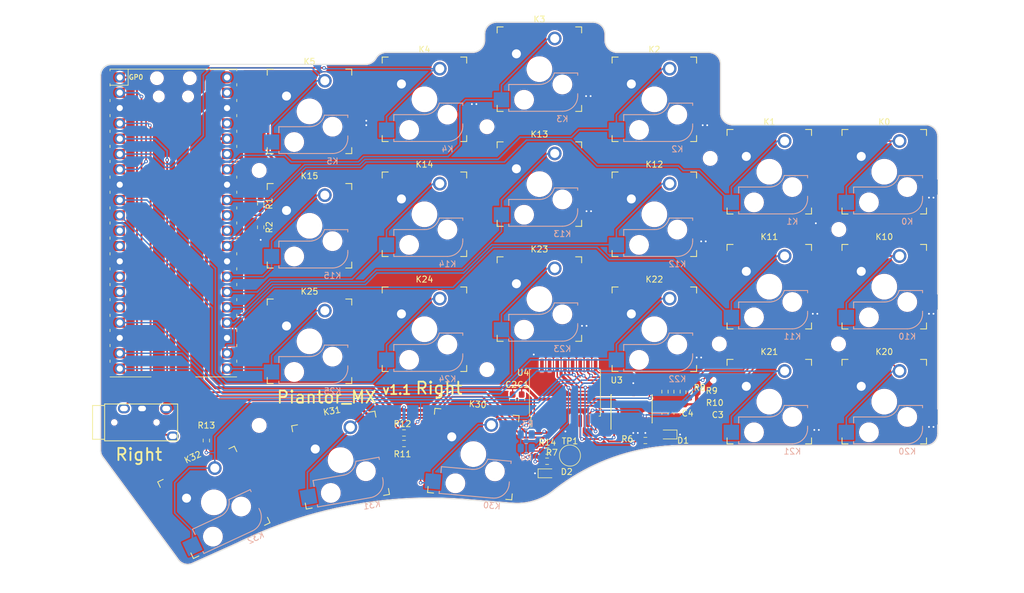
<source format=kicad_pcb>
(kicad_pcb (version 20221018) (generator pcbnew)
  (title_block (rev "rev1.0"))
  (layers (0 "F.Cu" signal) (31 "B.Cu" signal) (34 "B.Paste" user) (35 "F.Paste" user) (36 "B.SilkS" user "B.Silkscreen") (37 "F.SilkS" user "F.Silkscreen") (38 "B.Mask" user) (39 "F.Mask" user) (44 "Edge.Cuts" user))
  (net 0 "")
  (net 1 "GND")
  (net 2 "/k00")
  (net 3 "/k01")
  (net 4 "/k02")
  (net 5 "/k03")
  (net 6 "/k04")
  (net 7 "/k05")
  (net 8 "/k10")
  (net 9 "/k11")
  (net 10 "/k12")
  (net 11 "/k13")
  (net 12 "/k14")
  (net 13 "/k15")
  (net 14 "/k20")
  (net 15 "/k21")
  (net 16 "/k22")
  (net 17 "/k23")
  (net 18 "/k24")
  (net 19 "/k25")
  (net 20 "/k30")
  (net 21 "/k31")
  (net 22 "/k32")
  (net 23 "rx")
  (net 24 "tx")
  (net 25 "VBUS")
  (net 26 "vbus_sense")
  (net 27 "Net-(D1-A)")
  (net 28 "/SDA")
  (net 29 "/SCL")
  (net 30 "Net-(D2-A)")
  (net 31 "/I2C_Int")
  (net 32 "/LED_A")
  (net 35 "/LED_B")
  (net 47 "+3.3V")
  (net 51 "/MCP_RST")
  (footprint "Resistor_SMD:R_0603_1608Metric_Pad0.98x0.95mm_HandSolder" (layer "F.Cu") (at 160 104.65625 -90)
    (fp_text reference "R8")
    (fp_text value "R")
  )
  (footprint "keyswitches:Kailh_socket_MX_optional_platemount_3d_pretty_by_datasheet" (layer "F.Cu") (at 101.09 96.308)
    (fp_text reference "K25")
    (fp_text value "KEYSW")
  )
  (footprint "Resistor_SMD:R_0603_1608Metric_Pad0.98x0.95mm_HandSolder" (layer "F.Cu") (at 162 104.65625 -90)
    (fp_text reference "R9")
    (fp_text value "R")
  )
  (footprint "Resistor_SMD:R_0603_1608Metric_Pad0.98x0.95mm_HandSolder" (layer "F.Cu") (at 116.75 111.5 180)
    (fp_text reference "R12")
    (fp_text value "R")
  )
  (footprint "keyswitches:Kailh_socket_MX_optional_platemount_3d_pretty_by_datasheet" (layer "F.Cu") (at 120.14 94.308)
    (fp_text reference "K24")
    (fp_text value "KEYSW")
  )
  (footprint "keyswitches:Kailh_socket_MX_optional_platemount_3d_pretty_by_datasheet" (layer "F.Cu") (at 177.29 106.308)
    (fp_text reference "K21")
    (fp_text value "KEYSW")
  )
  (footprint "LED_SMD:LED_0603_1608Metric" (layer "F.Cu") (at 140.4625 118.1875)
    (fp_text reference "D2")
    (fp_text value "LED")
  )
  (footprint "Capacitor_SMD:C_0603_1608Metric_Pad1.08x0.95mm_HandSolder" (layer "F.Cu") (at 160 108.29375 -90)
    (fp_text reference "C4")
    (fp_text value "100nF")
  )
  (footprint "Resistor_SMD:R_0603_1608Metric_Pad0.98x0.95mm_HandSolder" (layer "F.Cu") (at 93 77.4125 -90)
    (fp_text reference "R2")
    (fp_text value "10k")
  )
  (footprint "keyswitches:Kailh_socket_MX_optional_platemount_3d_pretty_by_datasheet" (layer "F.Cu") (at 158.24 56.208)
    (fp_text reference "K2")
    (fp_text value "KEYSW")
  )
  (footprint "keyswitches:Kailh_socket_MX_optional_platemount_3d_pretty_by_datasheet" (layer "F.Cu") (at 196.34 87.258)
    (fp_text reference "K10")
    (fp_text value "KEYSW")
  )
  (footprint "RPi_Pico:RPi_Pico_SMD_TH" (layer "F.Cu") (at 78.5368 76.708)
    (fp_text reference "U2" hide)
    (fp_text value "Pico")
  )
  (footprint "Resistor_SMD:R_0603_1608Metric_Pad0.98x0.95mm_HandSolder" (layer "F.Cu") (at 140.4625 116.1875)
    (fp_text reference "R7")
    (fp_text value "R")
  )
  (footprint "keyswitches:Kailh_socket_MX_optional_platemount_3d_pretty_by_datasheet" (layer "F.Cu") (at 120.14 56.208)
    (fp_text reference "K4")
    (fp_text value "KEYSW")
  )
  (footprint "Resistor_SMD:R_0603_1608Metric_Pad0.98x0.95mm_HandSolder" (layer "F.Cu") (at 116.75 113.25 180)
    (fp_text reference "R11")
    (fp_text value "R")
  )
  (footprint "keyswitches:Kailh_socket_MX_optional_platemount_3d_pretty_by_datasheet" (layer "F.Cu") (at 158.24 75.258)
    (fp_text reference "K12")
    (fp_text value "KEYSW")
  )
  (footprint "keyswitches:Kailh_socket_MX_optional_platemount_3d_pretty_by_datasheet" (layer "F.Cu") (at 128.24 115 -5)
    (fp_text reference "K30")
    (fp_text value "KEYSW")
  )
  (footprint "keyswitches:Kailh_socket_MX_optional_platemount_3d_pretty_by_datasheet" (layer "F.Cu") (at 177.29 68.208)
    (fp_text reference "K1")
    (fp_text value "KEYSW")
  )
  (footprint "Resistor_SMD:R_0603_1608Metric_Pad0.98x0.95mm_HandSolder" (layer "F.Cu") (at 156.75 112.75)
    (fp_text reference "R6")
    (fp_text value "R")
  )
  (footprint "TestPoint:TestPoint_Pad_D3.0mm" (layer "F.Cu") (at 144.25 115.25)
    (fp_text reference "TP1")
    (fp_text value "TestPoint")
  )
  (footprint "Resistor_SMD:R_0603_1608Metric_Pad0.98x0.95mm_HandSolder" (layer "F.Cu") (at 140.5 114.5)
    (fp_text reference "R14")
    (fp_text value "10k")
  )
  (footprint "Capacitor_SMD:C_0603_1608Metric_Pad1.08x0.95mm_HandSolder" (layer "F.Cu") (at 136.25 106 -90)
    (fp_text reference "C1")
    (fp_text value "10uF")
  )
  (footprint "Resistor_SMD:R_0603_1608Metric_Pad0.98x0.95mm_HandSolder" (layer "F.Cu") (at 93 73.5 -90)
    (fp_text reference "R1")
    (fp_text value "5k6")
  )
  (footprint "keyswitches:Kailh_socket_MX_optional_platemount_3d_pretty_by_datasheet" (layer "F.Cu") (at 120.14 75.258)
    (fp_text reference "K14")
    (fp_text value "KEYSW")
  )
  (footprint "trrs_audiojack:TRRS-PJ-320A_fab" (layer "F.Cu") (at 67.14 109.75 90)
    (fp_text reference "J1" hide)
    (fp_text value "TRRS")
  )
  (footprint "keyswitches:Kailh_socket_MX_optional_platemount_3d_pretty_by_datasheet" (layer "F.Cu") (at 139.19 89.308)
    (fp_text reference "K23")
    (fp_text value "KEYSW")
  )
  (footprint "Resistor_SMD:R_0603_1608Metric_Pad0.98x0.95mm_HandSolder" (layer "F.Cu") (at 164 104.74375 -90)
    (fp_text reference "R10")
    (fp_text value "R")
  )
  (footprint "keyswitches:Kailh_socket_MX_optional_platemount_3d_pretty_by_datasheet" (layer "F.Cu") (at 158.24 94.308)
    (fp_text reference "K22")
    (fp_text value "KEYSW")
  )
  (footprint "Package_SO:SSOP-20_4.4x6.5mm_P0.65mm" (layer "F.Cu") (at 154.5 107.5 90)
    (fp_text reference "U3")
    (fp_text value "PCF8574TS")
  )
  (footprint "Capacitor_SMD:C_0603_1608Metric_Pad1.08x0.95mm_HandSolder" (layer "F.Cu") (at 134.75 106 -90)
    (fp_text reference "C2")
    (fp_text value "100nF")
  )
  (footprint "keyswitches:Kailh_socket_MX_optional_platemount_3d_pretty_by_datasheet" (layer "F.Cu") (at 101.09 77.171)
    (fp_text reference "K15")
    (fp_text value "KEYSW")
  )
  (footprint "Resistor_SMD:R_0603_1608Metric_Pad0.98x0.95mm_HandSolder" (layer "F.Cu") (at 84 112.75 90)
    (fp_text reference "R13")
    (fp_text value "R")
  )
  (footprint "Package_SO:SOIC-18W_7.5x11.6mm_P1.27mm" (layer "F.Cu") (at 143.42 104.85 90)
    (fp_text reference "U4")
    (fp_text value "MCP23009-E/SO")
  )
  (footprint "keyswitches:Kailh_socket_MX_optional_platemount_3d_pretty_by_datasheet" (layer "F.Cu") (at 85.24 123 25)
    (fp_text reference "K32")
    (fp_text value "KEYSW")
  )
  (footprint "keyswitches:Kailh_socket_MX_optional_platemount_3d_pretty_by_datasheet" (layer "F.Cu") (at 177.29 87.258)
    (fp_text reference "K11")
    (fp_text value "KEYSW")
  )
  (footprint "keyswitches:Kailh_socket_MX_optional_platemount_3d_pretty_by_datasheet" (layer "F.Cu") (at 139.19 51.208)
    (fp_text reference "K3")
    (fp_text value "KEYSW")
  )
  (footprint "LED_SMD:LED_0603_1608Metric" (layer "F.Cu") (at 160.5 111.75 180)
    (fp_text reference "D1")
    (fp_text value "LED")
  )
  (footprint "Capacitor_SMD:C_0603_1608Metric_Pad1.08x0.95mm_HandSolder" (layer "F.Cu") (at 162 108.29375 -90)
    (fp_text reference "C3")
    (fp_text value "10uF")
  )
  (footprint "keyswitches:Kailh_socket_MX_optional_platemount_3d_pretty_by_datasheet" (layer "F.Cu") (at 101.09 58.208)
    (fp_text reference "K5")
    (fp_text value "KEYSW")
  )
  (footprint "keyswitches:Kailh_socket_MX_optional_platemount_3d_pretty_by_datasheet" (layer "F.Cu") (at 196.34 106.308)
    (fp_text reference "K20")
    (fp_text value "KEYSW")
  )
  (footprint "keyswitches:Kailh_socket_MX_optional_platemount_3d_pretty_by_datasheet" (layer "F.Cu") (at 139.19 70.258)
    (fp_text reference "K13")
    (fp_text value "KEYSW")
  )
  (footprint "keyswitches:Kailh_socket_MX_optional_platemount_3d_pretty_by_datasheet" (layer "F.Cu") (at 196.34 68.208)
    (fp_text reference "K0")
    (fp_text value "KEYSW")
  )
  (footprint "keyswitches:Kailh_socket_MX_optional_platemount_3d_pretty_by_datasheet" (layer "F.Cu") (at 106.24 116 10)
    (fp_text reference "K31")
    (fp_text value "KEYSW")
  )
  (footprint "beekeeb_lib:MountingHole_2.2mm_M2-8mm" (layer "B.Cu") (at 169 96.75 180)
    (fp_text reference "H6" hide)
    (fp_text value "MountingHole")
  )
  (footprint "beekeeb_lib:MountingHole_2.2mm_M2-8mm" (layer "B.Cu") (at 92.75 68 180)
    (fp_text reference "H2" hide)
    (fp_text value "MountingHole")
  )
  (footprint "beekeeb_lib:MountingHole_2.2mm_M2-8mm" (layer "B.Cu") (at 188.808 96.75 180)
    (fp_text reference "H7" hide)
    (fp_text value "MountingHole")
  )
  (footprint "beekeeb_lib:MountingHole_2.2mm_M2-8mm" (layer "B.Cu") (at 188.808 77.78 180)
    (fp_text reference "H8" hide)
    (fp_text value "MountingHole")
  )
  (footprint "beekeeb_lib:MountingHole_2.2mm_M2-8mm" (layer "B.Cu") (at 167.5 66 180)
    (fp_text reference "H5" hide)
    (fp_text value "MountingHole")
  )
  (footprint "Resistor_SMD:R_0805_2012Metric" (layer "B.Cu") (at 137 111.75)
    (fp_text reference "R3")
    (fp_text value "4k7")
  )
  (footprint "beekeeb_lib:MountingHole_2.2mm_M2-8mm" (layer "B.Cu") (at 92.75 110.25 180)
    (fp_text reference "H3" hide)
    (fp_text value "MountingHole")
  )
  (footprint "beekeeb_lib:MountingHole_2.2mm_M2-8mm" (layer "B.Cu") (at 130.5 101 180)
    (fp_text reference "H4" hide)
    (fp_text value "MountingHole")
  )
  (footprint "beekeeb_lib:MountingHole_2.2mm_M2-8mm" (layer "B.Cu") (at 130.5 60.75 180)
    (fp_text reference "H1" hide)
    (fp_text value "MountingHole")
  )
  (footprint "Resistor_SMD:R_0805_2012Metric" (layer "B.Cu") (at 137 114)
    (fp_text reference "R4")
    (fp_text value "4k7")
  )
  (gr_arc (start 66.44 52.2) (mid 66.967208 50.927208) (end 68.24 50.4) (stroke (width 0.1)) (layer "Edge.Cuts"))
  (gr_line (start 203.24 60.4) (end 171.24 60.4) (stroke (width 0.1)) (layer "Edge.Cuts"))
  (gr_arc (start 167.24 48.4) (mid 168.654214 48.985786) (end 169.24 50.4) (stroke (width 0.1)) (layer "Edge.Cuts"))
  (gr_line (start 162.74 113.6) (end 203.24 113.6) (stroke (width 0.1)) (layer "Edge.Cuts"))
  (gr_arc (start 141.49 121.125) (mid 138.309031 122.788875) (end 134.74 123.175) (stroke (width 0.1)) (layer "Edge.Cuts"))
  (gr_arc (start 148.090084 43.400002) (mid 149.504307 43.985783) (end 150.090084 45.400002) (stroke (width 0.1)) (layer "Edge.Cuts"))
  (gr_line (start 66.805956 115.487896) (end 79.290001 132.449999) (stroke (width 0.1)) (layer "Edge.Cuts"))
  (gr_line (start 110.340082 50.4) (end 68.24 50.4) (stroke (width 0.1)) (layer "Edge.Cuts"))
  (gr_line (start 150.090084 46.400002) (end 150.090084 45.400002) (stroke (width 0.1)) (layer "Edge.Cuts"))
  (gr_line (start 130.090084 45.400002) (end 130.090084 46.400002) (stroke (width 0.1)) (layer "Edge.Cuts"))
  (gr_arc (start 66.805956 115.487896) (mid 66.53394 114.973899) (end 66.44 114.4) (stroke (width 0.1)) (layer "Edge.Cuts"))
  (gr_line (start 169.24 58.4) (end 169.24 50.4) (stroke (width 0.1)) (layer "Edge.Cuts"))
  (gr_arc (start 81.726133 133.121447) (mid 80.381489 133.24497) (end 79.290002 132.449999) (stroke (width 0.1)) (layer "Edge.Cuts"))
  (gr_arc (start 130.090084 45.400002) (mid 130.675869 43.985781) (end 132.090084 43.400002) (stroke (width 0.1)) (layer "Edge.Cuts"))
  (gr_arc (start 152.090084 48.4) (mid 150.675881 47.814209) (end 150.0901 46.400002) (stroke (width 0.1)) (layer "Edge.Cuts"))
  (gr_arc (start 205.24 111.6) (mid 204.654214 113.014214) (end 203.24 113.6) (stroke (width 0.1)) (layer "Edge.Cuts"))
  (gr_line (start 66.44 113.2) (end 66.44 114.4) (stroke (width 0.1)) (layer "Edge.Cuts"))
  (gr_line (start 134.74 123.175) (end 127.44 122.600001) (stroke (width 0.1)) (layer "Edge.Cuts"))
  (gr_line (start 81.726132 133.121447) (end 89.110601 129.8) (stroke (width 0.1)) (layer "Edge.Cuts"))
  (gr_arc (start 130.090084 46.400002) (mid 129.504296 47.814209) (end 128.090084 48.400002) (stroke (width 0.1)) (layer "Edge.Cuts"))
  (gr_line (start 205.24 111.6) (end 205.24 62.4) (stroke (width 0.1)) (layer "Edge.Cuts"))
  (gr_arc (start 112.090084 49.400002) (mid 111.347854 50.13235) (end 110.340082 50.4) (stroke (width 0.1)) (layer "Edge.Cuts"))
  (gr_line (start 148.090084 43.400002) (end 132.090084 43.400002) (stroke (width 0.1)) (layer "Edge.Cuts"))
  (gr_arc (start 203.24 60.4) (mid 204.654214 60.985786) (end 205.24 62.4) (stroke (width 0.1)) (layer "Edge.Cuts"))
  (gr_arc (start 141.49 121.125) (mid 151.483771 115.579961) (end 162.74 113.600001) (stroke (width 0.1)) (layer "Edge.Cuts"))
  (gr_line (start 167.24 48.4) (end 152.090084 48.4) (stroke (width 0.1)) (layer "Edge.Cuts"))
  (gr_arc (start 112.090084 49.400002) (mid 112.803928 48.668533) (end 113.790084 48.400002) (stroke (width 0.1)) (layer "Edge.Cuts"))
  (gr_line (start 66.44 52.2) (end 66.44 113.2) (stroke (width 0.1)) (layer "Edge.Cuts"))
  (gr_arc (start 171.24 60.4) (mid 169.825786 59.814214) (end 169.24 58.4) (stroke (width 0.1)) (layer "Edge.Cuts"))
  (gr_line (start 128.090084 48.400002) (end 113.790084 48.400002) (stroke (width 0.1)) (layer "Edge.Cuts"))
  (gr_arc (start 89.110601 129.8) (mid 107.780203 123.564333) (end 127.44 122.600001) (stroke (width 0.1)) (layer "Edge.Cuts"))
  (gr_text "Right" (at 68.75 116.25) (layer "F.SilkS") (effects (font (size 2 2) (thickness 0.3) bold) (justify left bottom)))
  (gr_text "Right" (at 118.5 105.25) (layer "F.SilkS") (effects (font (size 2 2) (thickness 0.3) bold) (justify left bottom)))
  (gr_text "v1.1" (at 113 105.25) (layer "F.SilkS") (effects (font (size 1.5 1.5) (thickness 0.3) bold) (justify left bottom)))
  (gr_text "Piantor_MX" (at 95.5 106.75) (layer "F.SilkS") (effects (font (size 2 2) (thickness 0.3) bold) (justify left bottom)))
  (segment (start 154.825 110.4) (end 154.825 111.425) (width 0.25) (layer "F.Cu") (net 1))
  (segment (start 138.34 100.2) (end 138.34 98.59) (width 0.2) (layer "F.Cu") (net 1))
  (segment (start 156.775 110.4) (end 156.775 111.475) (width 0.25) (layer "F.Cu") (net 1))
  (segment (start 154.825 103.325) (end 154.75 103.25) (width 0.25) (layer "F.Cu") (net 1))
  (segment (start 154.825 104.6) (end 154.825 103.325) (width 0.25) (layer "F.Cu") (net 1))
  (segment (start 155.475 111.475) (end 155.5 111.5) (width 0.25) (layer "F.Cu") (net 1))
  (segment (start 156.775 111.475) (end 156.75 111.5) (width 0.25) (layer "F.Cu") (net 1))
  (segment (start 143.42 109.5) (end 143.42 111.17) (width 0.3) (layer "F.Cu") (net 1))
  (segment (start 93 78.325) (end 93 79.5) (width 0.4) (layer "F.Cu") (net 1))
  (segment (start 138.34 98.59) (end 138.25 98.5) (width 0.2) (layer "F.Cu") (net 1))
  (segment (start 154.825 111.425) (end 154.75 111.5) (width 0.25) (layer "F.Cu") (net 1))
  (segment (start 155.475 110.4) (end 155.475 111.475) (width 0.25) (layer "F.Cu") (net 1))
  (segment (start 143.42 111.17) (end 143.5 111.25) (width 0.3) (layer "F.Cu") (net 1))
  (segment (start 161.2875 111.75) (end 162.5 111.75) (width 0.25) (layer "F.Cu") (net 1))
  (segment (start 139.675 118.1875) (end 138.4625 118.1875) (width 0.4) (layer "F.Cu") (net 1))
  (via (at 156.75 111.5) (size 0.6) (drill 0.3) (layers "F.Cu" "B.Cu") (net 1))
  (via (at 166.25 60.5) (size 0.6) (drill 0.3) (layers "F.Cu" "B.Cu") (net 1))
  (via (at 110.5 60.5) (size 0.6) (drill 0.3) (layers "F.Cu" "B.Cu") (net 1))
  (via (at 204.5 91.75) (size 0.6) (drill 0.3) (layers "F.Cu" "B.Cu") (net 1))
  (via (at 185 76.75) (size 0.6) (drill 0.3) (layers "F.Cu" "B.Cu") (net 1))
  (via (at 166 99) (size 0.6) (drill 0.3) (layers "F.Cu" "B.Cu") (net 1))
  (via (at 93 79.5) (size 0.6) (drill 0.3) (layers "F.Cu" "B.Cu") (net 1))
  (via (at 146.924 55.674) (size 0.6) (drill 0.3) (layers "F.Cu" "B.Cu") (net 1))
  (via (at 147.674 55.674) (size 0.6) (drill 0.3) (layers "F.Cu" "B.Cu") (net 1))
  (via (at 128.75 57) (size 0.6) (drill 0.3) (layers "F.Cu" "B.Cu") (net 1))
  (via (at 110.5 59.75) (size 0.6) (drill 0.3) (layers "F.Cu" "B.Cu") (net 1))
  (via (at 166.75 79.75) (size 0.6) (drill 0.3) (layers "F.Cu" "B.Cu") (net 1))
  (via (at 155.5 111.5) (size 0.6) (drill 0.3) (layers "F.Cu" "B.Cu") (net 1))
  (via (at 147 93.75) (size 0.6) (drill 0.3) (layers "F.Cu" "B.Cu") (net 1))
  (via (at 203.75 110.5) (size 0.6) (drill 0.3) (layers "F.Cu" "B.Cu") (net 1))
  (via (at 185.5 111) (size 0.6) (drill 0.3) (layers "F.Cu" "B.Cu") (net 1))
  (via (at 147 74.75) (size 0.6) (drill 0.3) (layers "F.Cu" "B.Cu") (net 1))
  (via (at 138.4625 118.1875) (size 0.6) (drill 0.3) (layers "F.Cu" "B.Cu") (net 1))
  (via (at 184.5 91.75) (size 0.6) (drill 0.3) (layers "F.Cu" "B.Cu") (net 1))
  (via (at 165.25 99) (size 0.6) (drill 0.3) (layers "F.Cu" "B.Cu") (net 1))
  (via (at 147.75 74.75) (size 0.6) (drill 0.3) (layers "F.Cu" "B.Cu") (net 1))
  (via (at 203.75 72.5) (size 0.6) (drill 0.3) (layers "F.Cu" "B.Cu") (net 1))
  (via (at 143.5 111.25) (size 0.6) (drill 0.3) (layers "F.Cu" "B.Cu") (net 1))
  (via (at 146.25 93.75) (size 0.6) (drill 0.3) (layers "F.Cu" "B.Cu") (net 1))
  (via (at 154.75 111.5) (size 0.6) (drill 0.3) (layers "F.Cu" "B.Cu") (net 1))
  (via (at 203.75 91.75) (size 0.6) (drill 0.3) (layers "F.Cu" "B.Cu") (net 1))
  (via (at 154.75 103.25) (size 0.6) (drill 0.3) (layers "F.Cu" "B.Cu") (net 1))
  (via (at 162.5 111.75) (size 0.6) (drill 0.3) (layers "F.Cu" "B.Cu") (net 1))
  (via (at 167 60.5) (size 0.6) (drill 0.3) (layers "F.Cu" "B.Cu") (net 1))
  (via (at 204.5 72.5) (size 0.6) (drill 0.3) (layers "F.Cu" "B.Cu") (net 1))
  (via (at 204.5 110.5) (size 0.6) (drill 0.3) (layers "F.Cu" "B.Cu") (net 1))
  (via (at 166 79.75) (size 0.6) (drill 0.3) (layers "F.Cu" "B.Cu") (net 1))
  (via (at 138.25 98.5) (size 0.6) (drill 0.3) (layers "F.Cu" "B.Cu") (net 1))
  (via (at 128 57) (size 0.6) (drill 0.3) (layers "F.Cu" "B.Cu") (net 1))
  (via (at 184.75 111) (size 0.6) (drill 0.3) (layers "F.Cu" "B.Cu") (net 1))
  (via (at 185.25 91.75) (size 0.6) (drill 0.3) (layers "F.Cu" "B.Cu") (net 1))
  (segment (start 184.85 70.748) (end 184.85 76.6) (width 0.4) (layer "B.Cu") (net 1))
  (segment (start 203.75 91.75) (end 204.5 91.75) (width 0.5) (layer "B.Cu") (net 1))
  (segment (start 203.75 91.75) (end 203.75 90.262) (width 0.5) (layer "B.Cu") (net 1))
  (segment (start 184.75 111) (end 185.5 111) (width 0.5) (layer "B.Cu") (net 1))
  (segment (start 166.25 60.5) (end 166.25 59.012) (width 0.5) (layer "B.Cu") (net 1))
  (segment (start 185.152 109.11) (end 185.152 110.652) (width 0.5) (layer "B.Cu") (net 1))
  (segment (start 203.75 72.5) (end 203.75 71.012) (width 0.5) (layer "B.Cu") (net 1))
  (segment (start 146.25 93.75) (end 146.25 92.262) (width 0.5) (layer "B.Cu") (net 1))
  (segment (start 165.652 98.652) (end 166 99) (width 0.5) (layer "B.Cu") (net 1))
  (segment (start 147.402 74.402) (end 147.75 74.75) (width 0.5) (layer "B.Cu") (net 1))
  (segment (start 204.152 108.61) (end 204.152 110.152) (width 0.5) (layer "B.Cu") (net 1))
  (segment (start 166.25 60.5) (end 167 60.5) (width 0.5) (layer "B.Cu") (net 1))
  (segment (start 146.924 55.674) (end 147.674 55.674) (width 0.5) (layer "B.Cu") (net 1))
  (segment (start 146.652 93.402) (end 147 93.75) (width 0.5) (layer "B.Cu") (net 1))
  (segment (start 110.5 60.5) (end 110.5 59.75) (width 0.5) (layer "B.Cu") (net 1))
  (segment (start 166.652 58.61) (end 166.652 60.152) (width 0.5) (layer "B.Cu") (net 1))
  (segment (start 128.75 57) (end 128 57) (width 0.5) (layer "B.Cu") (net 1))
  (segment (start 166.402 79.402) (end 166.75 79.75) (width 0.5) (layer "B.Cu") (net 1))
  (segment (start 128.75 57) (end 128.75 58.488) (width 0.5) (layer "B.Cu") (net 1))
  (segment (start 147 74.75) (end 147 73.262) (width 0.5) (layer "B.Cu") (net 1))
  (segment (start 203.75 110.5) (end 204.5 110.5) (width 0.5) (layer "B.Cu") (net 1))
  (segment (start 203.75 72.5) (end 204.5 72.5) (width 0.5) (layer "B.Cu") (net 1))
  (segment (start 147.326 55.326) (end 147.674 55.674) (width 0.5) (layer "B.Cu") (net 1))
  (segment (start 184.902 91.402) (end 185.25 91.75) (width 0.5) (layer "B.Cu") (net 1))
  (segment (start 204.152 72.152) (end 204.5 72.5) (width 0.5) (layer "B.Cu") (net 1))
  (segment (start 110.152 60.098) (end 110.5 59.75) (width 0.5) (layer "B.Cu") (net 1))
  (segment (start 165.25 99) (end 165.25 97.512) (width 0.5) (layer "B.Cu") (net 1))
  (segment (start 185.152 110.652) (end 185.5 111) (width 0.5) (layer "B.Cu") (net 1))
  (segment (start 110.5 60.5) (end 109.012 60.5) (width 0.5) (layer "B.Cu") (net 1))
  (segment (start 146.924 55.674) (end 146.924 54.186) (width 0.5) (layer "B.Cu") (net 1))
  (segment (start 184.5 91.75) (end 185.25 91.75) (width 0.5) (layer "B.Cu") (net 1))
  (segment (start 184.5 91.75) (end 184.5 90.262) (width 0.5) (layer "B.Cu") (net 1))
  (segment (start 147.402 72.86) (end 147.402 74.402) (width 0.5) (layer "B.Cu") (net 1))
  (segment (start 165.25 99) (end 166 99) (width 0.5) (layer "B.Cu") (net 1))
  (segment (start 166.652 60.152) (end 167 60.5) (width 0.5) (layer "B.Cu") (net 1))
  (segment (start 147.326 53.784) (end 147.326 55.326) (width 0.5) (layer "B.Cu") (net 1))
  (segment (start 108.61 60.098) (end 110.152 60.098) (width 0.5) (layer "B.Cu") (net 1))
  (segment (start 204.152 89.86) (end 204.152 91.402) (width 0.5) (layer "B.Cu") (net 1))
  (segment (start 128.348 58.89) (end 128.348 57.348) (width 0.5) (layer "B.Cu") (net 1))
  (segment (start 128.348 57.348) (end 128 57) (width 0.5) (layer "B.Cu") (net 1))
  (segment (start 184.902 89.86) (end 184.902 91.402) (width 0.5) (layer "B.Cu") (net 1))
  (segment (start 203.75 110.5) (end 203.75 109.012) (width 0.5) (layer "B.Cu") (net 1))
  (segment (start 146.652 91.86) (end 146.652 93.402) (width 0.5) (layer "B.Cu") (net 1))
  (segment (start 166.402 77.86) (end 166.402 79.402) (width 0.5) (layer "B.Cu") (net 1))
  (segment (start 184.75 111) (end 184.75 109.512) (width 0.5) (layer "B.Cu") (net 1))
  (segment (start 146.25 93.75) (end 147 93.75) (width 0.5) (layer "B.Cu") (net 1))
  (segment (start 166 79.75) (end 166.75 79.75) (width 0.5) (layer "B.Cu") (net 1))
  (segment (start 204.152 70.61) (end 204.152 72.152) (width 0.5) (layer "B.Cu") (net 1))
  (segment (start 184.85 76.6) (end 185 76.75) (width 0.4) (layer "B.Cu") (net 1))
  (segment (start 165.652 97.11) (end 165.652 98.652) (width 0.5) (layer "B.Cu") (net 1))
  (segment (start 166 79.75) (end 166 78.262) (width 0.5) (layer "B.Cu") (net 1))
  (segment (start 204.152 91.402) (end 204.5 91.75) (width 0.5) (layer "B.Cu") (net 1))
  (segment (start 204.152 110.152) (end 204.5 110.5) (width 0.5) (layer "B.Cu") (net 1))
  (segment (start 147 74.75) (end 147.75 74.75) (width 0.5) (layer "B.Cu") (net 1))
  (segment (start 148.5 100.2) (end 148.5 101) (width 0.25) (layer "F.Cu") (net 2))
  (segment (start 183.5 67.75) (end 185.75 65.5) (width 0.25) (layer "F.Cu") (net 2))
  (segment (start 158.77972 101.75) (end 159.75 101.75) (width 0.25) (layer "F.Cu") (net 2))
  (segment (start 191.622 63.128) (end 189.25 65.5) (width 0.25) (layer "F.Cu") (net 2))
  (segment (start 156.775 103.75472) (end 158.77972 101.75) (width 0.25) (layer "F.Cu") (net 2))
  (segment (start 189.25 65.5) (end 185.75 65.5) (width 0.2) (layer "F.Cu") (net 2))
  (segment (start 198.88 63.128) (end 191.622 63.128) (width 0.25) (layer "F.Cu") (net 2))
  (segment (start 160 103.74375) (end 160 102) (width 0.2) (layer "F.Cu") (net 2))
  (segment (start 166.7 101.05) (end 172.949294 101.05) (width 0.25) (layer "F.Cu") (net 2))
  (segment (start 156.775 103.75472) (end 156.775 104.6) (width 0.25) (layer "F.Cu") (net 2))
  (segment (start 183.5 90.499294) (end 183.5 67.75) (width 0.25) (layer "F.Cu") (net 2))
  (segment (start 149 101.5) (end 154.52028 101.5) (width 0.25) (layer "F.Cu") (net 2))
  (segment (start 148.5 101) (end 149 101.5) (width 0.25) (layer "F.Cu") (net 2))
  (segment (start 172.949294 101.05) (end 183.5 90.499294) (width 0.25) (layer "F.Cu") (net 2))
  (segment (start 154.52028 101.5) (end 156.775 103.75472) (width 0.25) (layer "F.Cu") (net 2))
  (segment (start 166 101.75) (end 166.7 101.05) (width 0.25) (layer "F.Cu") (net 2))
  (segment (start 160 102) (end 160.25 101.75) (width 0.25) (layer "F.Cu") (net 2))
  (segment (start 159.75 101.75) (end 160 102) (width 0.25) (layer "F.Cu") (net 2))
  (segment (start 160.25 101.75) (end 166 101.75) (width 0.25) (layer "F.Cu") (net 2))
  (segment (start 190.05 73.288) (end 190.05 70.7) (width 0.25) (layer "B.Cu") (net 2))
  (segment (start 197.622 63.128) (end 198.88 63.128) (width 0.25) (layer "B.Cu") (net 2))
  (segment (start 190.05 70.7) (end 197.622 63.128) (width 0.25) (layer "B.Cu") (net 2))
  (segment (start 100.4448 67.5) (end 109.54507 67.5) (width 0.25) (layer "B.Cu") (net 3))
  (segment (start 137.037 62.963) (end 144.463 62.963) (width 0.25) (layer "B.Cu") (net 3))
  (segment (start 133.401497 66.598503) (end 137.037 62.963) (width 0.25) (layer "B.Cu") (net 3))
  (segment (start 165.687 68) (end 170.975 73.288) (width 0.25) (layer "B.Cu") (net 3))
  (segment (start 148.75 67.25) (end 162.25 67.25) (width 0.25) (layer "B.Cu") (net 3))
  (segment (start 162.25 67.25) (end 163 68) (width 0.25) (layer "B.Cu") (net 3))
  (segment (start 144.463 62.963) (end 148.75 67.25) (width 0.25) (layer "B.Cu") (net 3))
  (segment (start 87.4268 80.518) (end 100.4448 67.5) (width 0.25) (layer "B.Cu") (net 3))
  (segment (start 163 68) (end 165.687 68) (width 0.25) (layer "B.Cu") (net 3))
  (segment (start 109.54507 67.5) (end 110.446567 66.598503) (width 0.25) (layer "B.Cu") (net 3))
  (segment (start 171 70.75) (end 178.622 63.128) (width 0.25) (layer "B.Cu") (net 3))
  (segment (start 170.975 73.288) (end 171 73.288) (width 0.25) (layer "B.Cu") (net 3))
  (segment (start 110.446567 66.598503) (end 133.401497 66.598503) (width 0.25) (layer "B.Cu") (net 3))
  (segment (start 178.622 63.128) (end 179.83 63.128) (width 0.25) (layer "B.Cu") (net 3))
  (segment (start 171 73.288) (end 171 70.75) (width 0.25) (layer "B.Cu") (net 3))
  (segment (start 151.95 61.288) (end 151.95 58.8) (width 0.25) (layer "B.Cu") (net 4))
  (segment (start 87.4268 72.898) (end 94.41111 72.898) (width 0.25) (layer "B.Cu") (net 4))
  (segment (start 151.912 61.25) (end 151.95 61.288) (width 0.25) (layer "B.Cu") (net 4))
  (segment (start 110.260378 66.149002) (end 132.350998 66.149002) (width 0.25) (layer "B.Cu") (net 4))
  (segment (start 136 62.5) (end 144.5 62.5) (width 0.25) (layer "B.Cu") (net 4))
  (segment (start 132.350998 66.149002) (end 136 62.5) (width 0.25) (layer "B.Cu") (net 4))
  (segment (start 145.75 61.25) (end 151.912 61.25) (width 0.25) (layer "B.Cu") (net 4))
  (segment (start 100.258611 67.050499) (end 109.358881 67.050499) (width 0.25) (layer "B.Cu") (net 4))
  (segment (start 109.358881 67.050499) (end 110.260378 66.149002) (width 0.25) (layer "B.Cu") (net 4))
  (segment (start 159.622 51.128) (end 160.78 51.128) (width 0.25) (layer "B.Cu") (net 4))
  (segment (start 151.95 58.8) (end 159.622 51.128) (width 0.25) (layer "B.Cu") (net 4))
  (segment (start 144.5 62.5) (end 145.75 61.25) (width 0.25) (layer "B.Cu") (net 4))
  (segment (start 94.41111 72.898) (end 100.258611 67.050499) (width 0.25) (layer "B.Cu") (net 4))
  (segment (start 97 65.5) (end 89.7448 65.5) (width 0.25) (layer "B.Cu") (net 5))
  (segment (start 126.962 56.288) (end 126 57.25) (width 0.25) (layer "B.Cu") (net 5))
  (segment (start 89.7448 65.5) (end 87.4268 67.818) (width 0.25) (layer "B.Cu") (net 5))
  (segment (start 98.075 66.575) (end 97 65.5) (width 0.25) (layer "B.Cu") (net 5))
  (segment (start 109.19869 66.575) (end 98.075 66.575) (width 0.25) (layer "B.Cu") (net 5))
  (segment (start 132.9 53.85) (end 140.622 46.128) (width 0.25) (layer "B.Cu") (net 5))
  (segment (start 126 63.75) (end 124.050499 65.699501) (width 0.25) (layer "B.Cu") (net 5))
  (segment (start 110.074189 65.699501) (end 109.19869 66.575) (width 0.25) (layer "B.Cu") (net 5))
  (segment (start 132.9 56.288) (end 132.9 53.85) (width 0.25) (layer "B.Cu") (net 5))
  (segment (start 132.9 56.288) (end 126.962 56.288) (width 0.25) (layer "B.Cu") (net 5))
  (segment (start 124.050499 65.699501) (end 110.074189 65.699501) (width 0.25) (layer "B.Cu") (net 5))
  (segment (start 140.622 46.128) (end 141.73 46.128) (width 0.25) (layer "B.Cu") (net 5))
  (segment (start 126 57.25) (end 126 63.75) (width 0.25) (layer "B.Cu") (net 5))
  (segment (start 74 51.5) (end 74 66.5) (width 0.25) (layer "F.Cu") (net 6))
  (segment (start 103.5 51) (end 74.5 51) (width 0.25) (layer "F.Cu") (net 6))
  (segment (start 74.5 51) (end 74 51.5) (width 0.25) (layer "F.Cu") (net 6))
  (via (at 74 66.5) (size 0.6) (drill 0.3) (layers "F.Cu" "B.Cu") (net 6))
  (via (at 103.5 51) (size 0.6) (drill 0.3) (layers "F.Cu" "B.Cu") (net 6))
  (segment (start 69.6468 67.818) (end 72.682 67.818) (width 0.25) (layer "B.Cu") (net 6))
  (segment (start 122.68 51.128) (end 103.628 51.128) (width 0.25) (layer "B.Cu") (net 6))
  (segment (start 121.799159 51.128) (end 122.68 51.128) (width 0.25) (layer "B.Cu") (net 6))
  (segment (start 72.682 67.818) (end 74 66.5) (width 0.25) (layer "B.Cu") (net 6))
  (segment (start 113.85 61.288) (end 113.85 59.077159) (width 0.25) (layer "B.Cu") (net 6))
  (segment (start 103.628 51.128) (end 103.5 51) (width 0.25) (layer "B.Cu") (net 6))
  (segment (start 113.85 59.077159) (end 121.799159 51.128) (width 0.25) (layer "B.Cu") (net 6))
  (segment (start 102.372 53.128) (end 103.63 53.128) (width 0.25) (layer "B.Cu") (net 7))
  (segment (start 94.8 60.7) (end 102.372 53.128) (width 0.25) (layer "B.Cu") (net 7))
  (segment (start 83.5 52.25) (end 84.75 51) (width 0.25) (layer "B.Cu") (net 7))
  (segment (start 77.25 67.5) (end 78.25 67.5) (width 0.25) (layer "B.Cu") (net 7))
  (segment (start 101.502 51) (end 103.63 53.128) (width 0.25) (layer "B.Cu") (net 7))
  (segment (start 78.25 67.5) (end 83.5 62.25) (width 0.25) (layer "B.Cu") (net 7))
  (segment (start 83.5 62.25) (end 83.5 52.25) (width 0.25) (layer "B.Cu") (net 7))
  (segment (start 94.8 63.288) (end 94.8 60.7) (width 0.25) (layer "B.Cu") (net 7))
  (segment (start 69.6468 65.278) (end 75.028 65.278) (width 0.25) (layer "B.Cu") (net 7))
  (segment (start 84.75 51) (end 101.502 51) (width 0.25) (layer "B.Cu") (net 7))
  (segment (start 75.028 65.278) (end 77.25 67.5) (width 0.25) (layer "B.Cu") (net 7))
  (segment (start 162 103.74375) (end 162 103) (width 0.2) (layer "F.Cu") (net 8))
  (segment (start 198.88 82.178) (end 192.45769 82.178) (width 0.25) (layer "F.Cu") (net 8))
  (segment (start 192.45769 82.178) (end 173.13569 101.5) (width 0.25) (layer "F.Cu") (net 8))
  (segment (start 148.5 111.25) (end 148.5 109.5) (width 0.25) (layer "F.Cu") (net 8))
  (segment (start 157.5 105.65) (end 157.5 105.75) (width 0.25) (layer "F.Cu") (net 8))
  (segment (start 157.425 105.575) (end 157.5 105.65) (width 0.25) (layer "F.Cu") (net 8))
  (segment (start 162.25 102.75) (end 166.25 102.75) (width 0.2) (layer "F.Cu") (net 8))
  (segment (start 157.425 105.575) (end 157.425 104.6) (width 0.25) (layer "F.Cu") (net 8))
  (segment (start 167.5 101.5) (end 166.25 102.75) (width 0.25) (layer "F.Cu") (net 8))
  (segment (start 173.13569 101.5) (end 167.5 101.5) (width 0.25) (layer "F.Cu") (net 8))
  (segment (start 162 103) (end 162.25 102.75) (width 0.2) (layer "F.Cu") (net 8))
  (via (at 166.25 102.75) (size 0.6) (drill 0.3) (layers "F.Cu" "B.Cu") (net 8))
  (via (at 148.5 111.25) (size 0.6) (drill 0.3) (layers "F.Cu" "B.Cu") (net 8))
  (via (at 157.5 105.75) (size 0.6) (drill 0.3) (layers "F.Cu" "B.Cu") (net 8))
  (segment (start 147.25 107.25) (end 147.25 110) (width 0.25) (layer "B.Cu") (net 8))
  (segment (start 160.5 102.75) (end 166.25 102.75) (width 0.25) (layer "B.Cu") (net 8))
  (segment (start 157.5 105.75) (end 160.5 102.75) (width 0.25) (layer "B.Cu") (net 8))
  (segment (start 190.05 92.338) (end 190.05 89.95) (width 0.25) (layer "B.Cu") (net 8))
  (segment (start 147.25 110) (end 148.5 111.25) (width 0.25) (layer "B.Cu") (net 8))
  (segment (start 148.75 105.75) (end 147.25 107.25) (width 0.25) (layer "B.Cu") (net 8))
  (segment (start 190.05 89.95) (end 197.822 82.178) (width 0.25) (layer "B.Cu") (net 8))
  (segment (start 157.5 105.75) (end 148.75 105.75) (width 0.25) (layer "B.Cu") (net 8))
  (segment (start 197.822 82.178) (end 198.88 82.178) (width 0.25) (layer "B.Cu") (net 8))
  (segment (start 124.901497 87.348503) (end 131.5 80.75) (width 0.25) (layer "B.Cu") (net 9))
  (segment (start 150.75 82.75) (end 161.412 82.75) (width 0.25) (layer "B.Cu") (net 9))
  (segment (start 171 92.338) (end 171 89.75) (width 0.25) (layer "B.Cu") (net 9))
  (segment (start 178.572 82.178) (end 179.83 82.178) (width 0.25) (layer "B.Cu") (net 9))
  (segment (start 87.4268 98.298) (end 87.4268 96.933) (width 0.25) (layer "B.Cu") (net 9))
  (segment (start 171 89.75) (end 178.572 82.178) (width 0.25) (layer "B.Cu") (net 9))
  (segment (start 148.75 80.75) (end 150.75 82.75) (width 0.25) (layer "B.Cu") (net 9))
  (segment (start 131.5 80.75) (end 148.75 80.75) (width 0.25) (layer "B.Cu") (net 9))
  (segment (start 88.6018 96.933) (end 88.6018 93.898906) (width 0.25) (layer "B.Cu") (net 9))
  (segment (start 88.6018 93.898906) (end 95.152203 87.348503) (width 0.25) (layer "B.Cu") (net 9))
  (segment (start 161.412 82.75) (end 171 92.338) (width 0.25) (layer "B.Cu") (net 9))
  (segment (start 95.152203 87.348503) (end 124.901497 87.348503) (width 0.25) (layer "B.Cu") (net 9))
  (segment (start 87.4268 96.933) (end 88.6018 96.933) (width 0.25) (layer "B.Cu") (net 9))
  (segment (start 88.64631 93.218) (end 94.965308 86.899002) (width 0.25) (layer "B.Cu") (net 10))
  (segment (start 131.313811 80.300499) (end 151.912499 80.300499) (width 0.25) (layer "B.Cu") (net 10))
  (segment (start 110.372378 86.899002) (end 112.27138 85) (width 0.25) (layer "B.Cu") (net 10))
  (segment (start 126.61431 85) (end 131.313811 80.300499) (width 0.25) (layer "B.Cu") (net 10))
  (segment (start 151.95 80.338) (end 151.95 77.8) (width 0.25) (layer "B.Cu") (net 10))
  (segment (start 94.965308 86.899002) (end 110.372378 86.899002) (width 0.25) (layer "B.Cu") (net 10))
  (segment (start 151.912499 80.300499) (end 151.95 80.338) (width 0.25) (layer "B.Cu") (net 10))
  (segment (start 112.27138 85) (end 126.61431 85) (width 0.25) (layer "B.Cu") (net 10))
  (segment (start 159.572 70.178) (end 160.78 70.178) (width 0.25) (layer "B.Cu") (net 10))
  (segment (start 151.95 77.8) (end 159.572 70.178) (width 0.25) (layer "B.Cu") (net 10))
  (segment (start 87.4268 93.218) (end 88.64631 93.218) (width 0.25) (layer "B.Cu") (net 10))
  (segment (start 90.525535 90.678) (end 94.754034 86.449501) (width 0.25) (layer "B.Cu") (net 11))
  (segment (start 141.73 65.178) (end 140.572 65.178) (width 0.25) (layer "B.Cu") (net 11))
  (segment (start 132.9 72.85) (end 132.9 75.338) (width 0.25) (layer "B.Cu") (net 11))
  (segment (start 110.186189 86.449501) (end 112.13569 84.5) (width 0.25) (layer "B.Cu") (net 11))
  (segment (start 126.47862 84.5) (end 132.9 78.07862) (width 0.25) (layer "B.Cu") (net 11))
  (segment (start 94.754034 86.449501) (end 110.186189 86.449501) (width 0.25) (layer "B.Cu") (net 11))
  (segment (start 112.13569 84.5) (end 126.47862 84.5) (width 0.25) (layer "B.Cu") (net 11))
  (segment (start 132.9 78.07862) (end 132.9 75.338) (width 0.25) (layer "B.Cu") (net 11))
  (segment (start 140.572 65.178) (end 132.9 72.85) (width 0.25) (layer "B.Cu") (net 11))
  (segment (start 87.4268 90.678) (end 90.525535 90.678) (width 0.25) (layer "B.Cu") (net 11))
  (segment (start 113.85 77.9) (end 121.572 70.178) (width 0.25) (layer "B.Cu") (net 12))
  (segment (start 87.4268 88.138) (end 92.429845 88.138) (width 0.25) (layer "B.Cu") (net 12))
  (segment (start 92.429845 88.138) (end 94.567845 86) (width 0.25) (layer "B.Cu") (net 12))
  (segment (start 108.163 86) (end 113.825 80.338) (width 0.25) (layer "B.Cu") (net 12))
  (segment (start 113.85 80.338) (end 113.85 77.9) (width 0.25) (layer "B.Cu") (net 12))
  (segment (start 121.572 70.178) (end 122.68 70.178) (width 0.25) (layer "B.Cu") (net 12))
  (segment (start 113.825 80.338) (end 113.85 80.338) (width 0.25) (layer "B.Cu") (net 12))
  (segment (start 94.567845 86) (end 108.163 86) (width 0.25) (layer "B.Cu") (net 12))
  (segment (start 94.8 84.2) (end 94.8 82.251) (width 0.25) (layer "B.Cu") (net 13))
  (segment (start 94.8 82.251) (end 94.8 79.7) (width 0.25) (layer "B.Cu") (net 13))
  (segment (start 94.8 79.7) (end 102.409 72.091) (width 0.25) (layer "B.Cu") (net 13))
  (segment (start 102.409 72.091) (end 103.63 72.091) (width 0.25) (layer "B.Cu") (net 13))
  (segment (start 93.402 85.598) (end 94.8 84.2) (width 0.25) (layer "B.Cu") (net 13))
  (segment (start 87.4268 85.598) (end 93.402 85.598) (width 0.25) (layer "B.Cu") (net 13))
  (segment (start 168 102) (end 166.16875 103.83125) (width 0.25) (layer "F.Cu") (net 14))
  (segment (start 157.425 109.502726) (end 156.672274 108.75) (width 0.25) (layer "F.Cu") (net 14))
  (segment (start 147.23 108.52) (end 148 107.75) (width 0.25) (layer "F.Cu") (net 14))
  (segment (start 147.23 109.5) (end 147.23 108.52) (width 0.25) (layer "F.Cu") (net 14))
  (segment (start 198.88 101.228) (end 196.652 99) (width 0.25) (layer "F.Cu") (net 14))
  (segment (start 157.425 110.4) (end 157.425 109.502726) (width 0.25) (layer "F.Cu") (net 14))
  (segment (start 196.652 99) (end 176.5 99) (width 0.25) (layer "F.Cu") (net 14))
  (segment (start 164 103.83125) (end 165.25 103.83125) (width 0.2) (layer "F.Cu") (net 14))
  (segment (start 173.5 102) (end 168 102) (width 0.25) (layer "F.Cu") (net 14))
  (segment (start 166.16875 103.83125) (end 165.25 103.83125) (width 0.25) (layer "F.Cu") (net 14))
  (segment (start 176.5 99) (end 173.5 102) (width 0.25) (layer "F.Cu") (net 14))
  (via (at 148 107.75) (size 0.6) (drill 0.3) (layers "F.Cu" "B.Cu") (net 14))
  (via (at 156.672274 108.75) (size 0.6) (drill 0.3) (layers "F.Cu" "B.Cu") (net 14))
  (via (at 165.25 103.83125) (size 0.6) (drill 0.3) (layers "F.Cu" "B.Cu") (net 14))
  (segment (start 190.05 108.95) (end 190.05 111.388) (width 0.25) (layer "B.Cu") (net 14))
  (segment (start 155.672274 107.75) (end 156.672274 108.75) (width 0.25) (layer "B.Cu") (net 14))
  (segment (start 198.88 101.228) (end 197.772 101.228) (width 0.25) (layer "B.Cu") (net 14))
  (segment (start 160.58125 108.5) (end 156.922274 108.5) (width 0.25) (layer "B.Cu") (net 14))
  (segment (start 165.25 103.83125) (end 160.58125 108.5) (width 0.25) (layer "B.Cu") (net 14))
  (segment (start 156.922274 108.5) (end 156.672274 108.75) (width 0.25) (layer "B.Cu") (net 14))
  (segment (start 197.772 101.228) (end 190.05 108.95) (width 0.25) (layer "B.Cu") (net 14))
  (segment (start 148 107.75) (end 155.672274 107.75) (width 0.25) (layer "B.Cu") (net 14))
  (segment (start 69.6468 98.298) (end 79.96737 98.298) (width 0.25) (layer "B.Cu") (net 15))
  (segment (start 86.66937 105) (end 132.75 105) (width 0.25) (layer "B.Cu") (net 15))
  (segment (start 79.96737 98.298) (end 86.66937 105) (width 0.25) (layer "B.Cu") (net 15))
  (segment (start 136.964755 100.785245) (end 148.921641 100.785245) (width 0.25) (layer "B.Cu") (net 15))
  (segment (start 178.5 101.25) (end 178.522 101.228) (width 0.25) (layer "B.Cu") (net 15))
  (segment (start 171 110) (end 171 111.388) (width 0.25) (layer "B.Cu") (net 15))
  (segment (start 171 111.388) (end 171 108.75) (width 0.25) (layer "B.Cu") (net 15))
  (segment (start 132.75 105) (end 136.964755 100.785245) (width 0.25) (layer "B.Cu") (net 15))
  (segment (start 149.386396 101.25) (end 178.5 101.25) (width 0.25) (layer "B.Cu") (net 15))
  (segment (start 148.921641 100.785245) (end 149.386396 101.25) (width 0.25) (layer "B.Cu") (net 15))
  (segment (start 171 108.75) (end 178.5 101.25) (width 0.25) (layer "B.Cu") (net 15))
  (segment (start 178.522 101.228) (end 179.83 101.228) (width 0.25) (layer "B.Cu") (net 15))
  (segment (start 86.858484 104.412002) (end 75.664482 93.218) (width 0.25) (layer "B.Cu") (net 16))
  (segment (start 137.725604 99.388) (end 132.701602 104.412002) (width 0.25) (layer "B.Cu") (net 16))
  (segment (start 159.522 89.228) (end 160.78 89.228) (width 0.25) (layer "B.Cu") (net 16))
  (segment (start 132.701602 104.412002) (end 86.858484 104.412002) (width 0.25) (layer "B.Cu") (net 16))
  (segment (start 151.95 99.388) (end 137.725604 99.388) (width 0.25) (layer "B.Cu") (net 16))
  (segment (start 75.664482 93.218) (end 69.6468 93.218) (width 0.25) (layer "B.Cu") (net 16))
  (segment (start 151.95 99.388) (end 151.95 96.8) (width 0.25) (layer "B.Cu") (net 16))
  (segment (start 151.95 96.8) (end 159.522 89.228) (width 0.25) (layer "B.Cu") (net 16))
  (segment (start 84.950499 90.741699) (end 84.950499 101.726905) (width 0.25) (layer "B.Cu") (net 17))
  (segment (start 87.086095 103.862501) (end 132.614707 103.862501) (width 0.25) (layer "B.Cu") (net 17))
  (segment (start 134.625 101.852208) (end 134.625 96.088) (width 0.25) (layer "B.Cu") (net 17))
  (segment (start 132.614707 103.862501) (end 134.625 101.852208) (width 0.25) (layer "B.Cu") (net 17))
  (segment (start 134.625 96.088) (end 132.925 94.388) (width 0.25) (layer "B.Cu") (net 17))
  (segment (start 132.9 91.85) (end 132.9 94.388) (width 0.25) (layer "B.Cu") (net 17))
  (segment (start 69.6468 75.438) (end 84.950499 90.741699) (width 0.25) (layer "B.Cu") (net 17))
  (segment (start 132.925 94.388) (end 132.9 94.388) (width 0.25) (layer "B.Cu") (net 17))
  (segment (start 141.73 84.228) (end 140.522 84.228) (width 0.25) (layer "B.Cu") (net 17))
  (segment (start 140.522 84.228) (end 132.9 91.85) (width 0.25) (layer "B.Cu") (net 17))
  (segment (start 84.950499 101.726905) (end 87.086095 103.862501) (width 0.25) (layer "B.Cu") (net 17))
  (segment (start 121.522 89.228) (end 122.68 89.228) (width 0.25) (layer "B.Cu") (net 18))
  (segment (start 85.5 84.25) (end 74.148 72.898) (width 0.25) (layer "B.Cu") (net 18))
  (segment (start 85.5 101.499294) (end 85.5 84.25) (width 0.25) (layer "B.Cu") (net 18))
  (segment (start 113.85 101.019) (end 111.556 103.313) (width 0.25) (layer "B.Cu") (net 18))
  (segment (start 113.85 96.9) (end 121.522 89.228) (width 0.25) (layer "B.Cu") (net 18))
  (segment (start 74.148 72.898) (end 69.6468 72.898) (width 0.25) (layer "B.Cu") (net 18))
  (segment (start 113.85 99.388) (end 113.85 96.9) (width 0.25) (layer "B.Cu") (net 18))
  (segment (start 111.556 103.313) (end 87.313706 103.313) (width 0.25) (layer "B.Cu") (net 18))
  (segment (start 113.85 99.388) (end 113.85 101.019) (width 0.25) (layer "B.Cu") (net 18))
  (segment (start 87.313706 103.313) (end 85.5 101.499294) (width 0.25) (layer "B.Cu") (net 18))
  (segment (start 87.4268 100.838) (end 94.25 100.838) (width 0.25) (layer "B.Cu") (net 19))
  (segment (start 102.272 91.228) (end 103.63 91.228) (width 0.25) (layer "B.Cu") (net 19))
  (segment (start 94.8 98.7) (end 102.272 91.228) (width 0.25) (layer "B.Cu") (net 19))
  (segment (start 94.25 100.838) (end 94.8 101.388) (width 0.25) (layer "B.Cu") (net 19))
  (segment (start 94.8 101.388) (end 94.8 98.7) (width 0.25) (layer "B.Cu") (net 19))
  (segment (start 148 102.25) (end 154.633884 102.25) (width 0.25) (layer "F.Cu") (net 20))
  (segment (start 147.23 100.2) (end 147.23 101.48) (width 0.25) (layer "F.Cu") (net 20))
  (segment (start 155.475 103.091116) (end 155.475 104.6) (width 0.25) (layer "F.Cu") (net 20))
  (segment (start 118.75 113.25) (end 117.6625 113.25) (width 0.25) (layer "F.Cu") (net 20))
  (segment (start 119.5 114) (end 118.75 113.25) (width 0.25) (layer "F.Cu") (net 20))
  (segment (start 119.5 119.75) (end 119.5 114) (width 0.25) (layer "F.Cu") (net 20))
  (segment (start 154.633884 102.25) (end 155.475 103.091116) (width 0.25) (layer "F.Cu") (net 20))
  (segment (start 147.23 101.48) (end 148 102.25) (width 0.25) (layer "F.Cu") (net 20))
  (via (at 119.5 119.75) (size 0.6) (drill 0.3) (layers "F.Cu" "B.Cu") (net 20))
  (via (at 147.75 102) (size 0.6) (drill 0.3) (layers "F.Cu" "B.Cu") (net 20))
  (segment (start 147 102.75) (end 146.136396 102.75) (width 0.25) (layer "B.Cu") (net 20))
  (segment (start 132.356086 109.017707) (end 131.213086 110.160707) (width 0.25) (layer "B.Cu") (net 20))
  (segment (start 147.75 102) (end 147 102.75) (width 0.25) (layer "B.Cu") (net 20))
  (segment (start 146.136396 102.75) (end 145.636396 103.25) (width 0.25) (layer "B.Cu") (net 20))
  (segment (start 137.232293 109.017707) (end 132.356086 109.017707) (width 0.25) (layer "B.Cu") (net 20))
  (segment (start 129.089293 110.160707) (end 121.531184 117.718816) (width 0.25) (layer "B.Cu") (net 20))
  (segment (start 121.293643 119.75) (end 121.531184 119.512459) (width 0.25) (layer "B.Cu") (net 20))
  (segment (start 119.5 119.75) (end 121.293643 119.75) (width 0.25) (layer "B.Cu") (net 20))
  (segment (start 121.531184 117.718816) (end 121.531184 119.012459) (width 0.25) (layer "B.Cu") (net 20))
  (segment (start 145.636396 103.25) (end 143 103.25) (width 0.25) (layer "B.Cu") (net 20))
  (segment (start 131.213086 110.160707) (end 129.089293 110.160707) (width 0.25) (layer "B.Cu") (net 20))
  (segment (start 143 103.25) (end 137.232293 109.017707) (width 0.25) (layer "B.Cu") (net 20))
  (segment (start 154.125 103.375) (end 153.5 102.75) (width 0.25) (layer "F.Cu") (net 21))
  (segment (start 154.125 104.55) (end 154.125 103.375) (width 0.25) (layer "F.Cu") (net 21))
  (segment (start 117.6625 111.5) (end 117.6625 110.9875) (width 0.2) (layer "F.Cu") (net 21))
  (segment (start 117.6625 110.9875) (end 119 109.65) (width 0.2) (layer "F.Cu") (net 21))
  (segment (start 153.5 102.75) (end 147.27028 102.75) (width 0.25) (layer "F.Cu") (net 21))
  (segment (start 145.96 100.2) (end 145.96 101.43972) (width 0.25) (layer "F.Cu") (net 21))
  (segment (start 145.96 101.43972) (end 146.51014 101.98986) (width 0.25) (layer "F.Cu") (net 21))
  (segment (start 154.175 104.6) (end 154.125 104.55) (width 0.25) (layer "F.Cu") (net 21))
  (segment (start 147.27028 102.75) (end 146.51014 101.98986) (width 0.25) (layer "F.Cu") (net 21))
  (via (at 119 109.65) (size 0.6) (drill 0.3) (layers "F.Cu" "B.Cu") (net 21))
  (via (at 146.51014 101.98986) (size 0.6) (drill 0.3) (layers "F.Cu" "B.Cu") (net 21))
  (segment (start 142.75 102.75) (end 139 106.5) (width 0.25) (layer "B.Cu") (net 21))
  (segment (start 146.51014 101.98986) (end 145.76014 101.98986) (width 0.25) (layer "B.Cu") (net 21))
  (segment (start 107.859279 110.890721) (end 107.859279 110.55611) (width 0.25) (layer "B.Cu") (net 21))
  (segment (start 100.75 118) (end 107.859279 110.890721) (width 0.25) (layer "B.Cu") (net 21))
  (segment (start 100.927692 121.927692) (end 100.75 121.75) (width 0.25) (layer "B.Cu") (net 21))
  (segment (start 145.76014 101.98986) (end 145 102.75) (width 0.25) (layer "B.Cu") (net 21))
  (segment (start 107.859279 110.55611) (end 111.915389 106.5) (width 0.25) (layer "B.Cu") (net 21))
  (segment (start 119.5 109.15) (end 119 109.65) (width 0.2) (layer "B.Cu") (net 21))
  (segment (start 100.927692 122.09507) (end 100.927692 121.927692) (width 0.25) (layer "B.Cu") (net 21))
  (segment (start 100.75 121.75) (end 100.75 118) (width 0.25) (layer "B.Cu") (net 21))
  (segment (start 119.5 106.5) (end 119.5 109.15) (width 0.2) (layer "B.Cu") (net 21))
  (segment (start 139 106.5) (end 119.5 106.5) (width 0.25) (layer "B.Cu") (net 21))
  (segment (start 145 102.75) (end 142.75 102.75) (width 0.25) (layer "B.Cu") (net 21))
  (segment (start 111.915389 106.5) (end 119.5 106.5) (width 0.25) (layer "B.Cu") (net 21))
  (segment (start 146.27951 103.25) (end 144.889755 101.860245) (width 0.25) (layer "F.Cu") (net 22))
  (segment (start 144.69 100.2) (end 144.69 101.66049) (width 0.25) (layer "F.Cu") (net 22))
  (segment (start 153.525 103.525) (end 153.25 103.25) (width 0.25) (layer "F.Cu") (net 22))
  (segment (start 153.25 103.25) (end 146.27951 103.25) (width 0.25) (layer "F.Cu") (net 22))
  (segment (start 153.525 104.6) (end 153.525 103.525) (width 0.25) (layer "F.Cu") (net 22))
  (segment (start 144.69 101.66049) (end 144.889755 101.860245) (width 0.25) (layer "F.Cu") (net 22))
  (segment (start 84 113.6625) (end 84 114.75) (width 0.2) (layer "F.Cu") (net 22))
  (via (at 84 114.75) (size 0.6) (drill 0.3) (layers "F.Cu" "B.Cu") (net 22))
  (via (at 144.889755 101.860245) (size 0.6) (drill 0.3) (layers "F.Cu" "B.Cu") (net 22))
  (segment (start 81.177494 117.322506) (end 85.395121 117.322506) (width 0.25) (layer "B.Cu") (net 22))
  (segment (start 138.863604 106) (end 143.003359 101.860245) (width 0.25) (layer "B.Cu") (net 22))
  (segment (start 143.003359 101.860245) (end 144.889755 101.860245) (width 0.25) (layer "B.Cu") (net 22))
  (segment (start 78.75 119.75) (end 81.177494 117.322506) (width 0.25) (layer "B.Cu") (net 22))
  (segment (start 91.5 106) (end 138.863604 106) (width 0.25) (layer "B.Cu") (net 22))
  (segment (start 81.686225 130.262312) (end 81.686225 127.686225) (width 0.25) (layer "B.Cu") (net 22))
  (segment (start 85.395121 112.104879) (end 91.5 106) (width 0.25) (layer "B.Cu") (net 22))
  (segment (start 78.75 124.75) (end 78.75 119.75) (width 0.25) (layer "B.Cu") (net 22))
  (segment (start 85.395121 114.75) (end 85.395121 112.104879) (width 0.25) (layer "B.Cu") (net 22))
  (segment (start 81.686225 127.686225) (end 78.75 124.75) (width 0.25) (layer "B.Cu") (net 22))
  (segment (start 84 114.75) (end 85.395121 114.75) (width 0.2) (layer "B.Cu") (net 22))
  (segment (start 85.395121 117.322506) (end 85.395121 114.75) (width 0.25) (layer "B.Cu") (net 22))
  (segment (start 72.5 102.5) (end 72.5 53.382) (width 0.3) (layer "F.Cu") (net 23))
  (segment (start 72.5 53.382) (end 71.696 52.578) (width 0.3) (layer "F.Cu") (net 23))
  (segment (start 78.44 111.8) (end 72.55 111.8) (width 0.3) (layer "F.Cu") (net 23))
  (segment (start 71.696 52.578) (end 69.6468 52.578) (width 0.3) (layer "F.Cu") (net 23))
  (segment (start 68.75 108) (end 68.75 106.25) (width 0.3) (layer "F.Cu") (net 23))
  (segment (start 68.75 106.25) (end 72.5 102.5) (width 0.3) (layer "F.Cu") (net 23))
  (segment (start 72.55 111.8) (end 68.75 108) (width 0.3) (layer "F.Cu") (net 23))
  (segment (start 70.34 107.2) (end 73.25 104.29) (width 0.3) (layer "F.Cu") (net 24))
  (segment (start 73.25 104.29) (end 73.25 55.75) (width 0.3) (layer "F.Cu") (net 24))
  (via (at 73.25 55.75) (size 0.6) (drill 0.3) (layers "F.Cu" "B.Cu") (net 24))
  (segment (start 69.6468 55.118) (end 72.618 55.118) (width 0.3) (layer "B.Cu") (net 24))
  (segment (start 72.618 55.118) (end 73.25 55.75) (width 0.3) (layer "B.Cu") (net 24))
  (segment (start 80.079999 104.750002) (end 80.039998 104.750002) (width 2) (layer "F.Cu") (net 25))
  (segment (start 95.5 69.925) (end 95.5 66.5) (width 0.4) (layer "F.Cu") (net 25))
  (segment (start 80.039998 104.750002) (end 77.34 107.45) (width 2) (layer "F.Cu") (net 25))
  (segment (start 80.079999 104.750002) (end 80.079999 60.170001) (width 2) (layer "F.Cu") (net 25))
  (segment (start 85 55.25) (end 85 53.4448) (width 2) (layer "F.Cu") (net 25))
  (segment (start 85.8668 52.578) (end 87.4268 52.578) (width 2) (layer "F.Cu") (net 25))
  (segment (start 85 53.4448) (end 85.8668 52.578) (width 2) (layer "F.Cu") (net 25))
  (segment (start 95.5 66.5) (end 94.25 65.25) (width 0.4) (layer "F.Cu") (net 25))
  (segment (start 80.079999 60.170001) (end 85 55.25) (width 2) (layer "F.Cu") (net 25))
  (segment (start 94.25 65.25) (end 94.25 55.75) (width 0.4) (layer "F.Cu") (net 25))
  (segment (start 93 72.5875) (end 92.8375 72.5875) (width 0.4) (layer "F.Cu") (net 25))
  (segment (start 91.078 52.578) (end 87.4268 52.578) (width 0.4) (layer "F.Cu") (net 25))
  (segment (start 92.8375 72.5875) (end 95.5 69.925) (width 0.4) (layer "F.Cu") (net 25))
  (segment (start 94.25 55.75) (end 91.078 52.578) (width 0.4) (layer "F.Cu") (net 25))
  (segment (start 93 76.5) (end 93 74.4125) (width 0.25) (layer "F.Cu") (net 26))
  (segment (start 87.4268 75.438) (end 92.938 75.438) (width 0.25) (layer "F.Cu") (net 26))
  (segment (start 93 75.5) (end 93 76.5) (width 0.25) (layer "F.Cu") (net 26))
  (segment (start 92.938 75.438) (end 93 75.5) (width 0.25) (layer "F.Cu") (net 26))
  (segment (start 157.6625 112.75) (end 158.48125 112.75) (width 0.25) (layer "F.Cu") (net 27))
  (segment (start 158.48125 112.75) (end 159.48125 111.75) (width 0.25) (layer "F.Cu") (net 27))
  (segment (start 159.48125 111.75) (end 159.7125 111.75) (width 0.25) (layer "F.Cu") (net 27))
  (segment (start 139.75 112.5) (end 140 112.25) (width 0.2) (layer "F.Cu") (net 28))
  (segment (start 129.75 105.5) (end 136.5 112.25) (width 0.3) (layer "F.Cu") (net 28))
  (segment (start 74 110.75) (end 79.75 110.75) (width 0.3) (layer "F.Cu") (net 28))
  (segment (start 152.6 112.9) (end 153.525 111.975) (width 0.3) (layer "F.Cu") (net 28))
  (segment (start 85.1 105.4) (end 110.9 105.4) (width 0.3) (layer "F.Cu") (net 28))
  (segment (start 140 112.25) (end 140.75 112.25) (width 0.3) (layer "F.Cu") (net 28))
  (segment (start 110.9 105.4) (end 114.5 109) (width 0.3) (layer "F.Cu") (net 28))
  (segment (start 153.525 111.975) (end 153.525 110.4) (width 0.3) (layer "F.Cu") (net 28))
  (segment (start 74.75 60.656413) (end 74.75 103.75) (width 0.3) (layer "F.Cu") (net 28))
  (segment (start 149.75 111.959619) (end 150.690381 112.9) (width 0.3) (layer "F.Cu") (net 28))
  (segment (start 79.75 110.75) (end 85.1 105.4) (width 0.3) (layer "F.Cu") (net 28))
  (segment (start 142.15 108.475001) (end 143.625001 107) (width 0.3) (layer "F.Cu") (net 28))
  (segment (start 71.99 106.51) (end 71.99 108.74) (width 0.3) (layer "F.Cu") (net 28))
  (segment (start 121.25 109) (end 124.75 105.5) (width 0.3) (layer "F.Cu") (net 28))
  (segment (start 149.75 108) (end 149.75 111.959619) (width 0.3) (layer "F.Cu") (net 28))
  (segment (start 74.75 103.75) (end 71.99 106.51) (width 0.3) (layer "F.Cu") (net 28))
  (segment (start 148.75 107) (end 149.75 108) (width 0.3) (layer "F.Cu") (net 28))
  (segment (start 143.625001 107) (end 148.75 107) (width 0.3) (layer "F.Cu") (net 28))
  (segment (start 139.75 112.75) (end 139.75 112.5) (width 0.2) (layer "F.Cu") (net 28))
  (segment (start 142.15 109.5) (end 142.15 108.475001) (width 0.3) (layer "F.Cu") (net 28))
  (segment (start 140.75 112.25) (end 142.15 110.85) (width 0.3) (layer "F.Cu") (net 28))
  (segment (start 142.15 110.85) (end 142.15 109.5) (width 0.3) (layer "F.Cu") (net 28))
  (segment (start 71.99 108.74) (end 74 110.75) (width 0.3) (layer "F.Cu") (net 28))
  (segment (start 136.5 112.25) (end 140 112.25) (width 0.3) (layer "F.Cu") (net 28))
  (segment (start 150.690381 112.9) (end 152.6 112.9) (width 0.3) (layer "F.Cu") (net 28))
  (segment (start 124.75 105.5) (end 129.75 105.5) (width 0.3) (layer "F.Cu") (net 28))
  (segment (start 114.5 109) (end 121.25 109) (width 0.3) (layer "F.Cu") (net 28))
  (segment (start 74.625 60.531413) (end 74.75 60.656413) (width 0.3) (layer "F.Cu") (net 28))
  (via (at 139.75 112.75) (size 0.6) (drill 0.3) (layers "F.Cu" "B.Cu") (net 28))
  (via (at 74.625 60.531413) (size 0.6) (drill 0.3) (layers "F.Cu" "B.Cu") (net 28))
  (segment (start 74.291587 60.198) (end 74.625 60.531413) (width 0.25) (layer "B.Cu") (net 28))
  (segment (start 137.9125 114) (end 138.5 114) (width 0.2) (layer "B.Cu") (net 28))
  (segment (start 69.6468 60.198) (end 74.291587 60.198) (width 0.25) (layer "B.Cu") (net 28))
  (segment (start 138.5 114) (end 139.75 112.75) (width 0.2) (layer "B.Cu") (net 28))
  (segment (start 140.5 111.5) (end 140.25 111.25) (width 0.3) (layer "F.Cu") (net 29))
  (segment (start 84.542893 104.75) (end 111.25 104.75) (width 0.3) (layer "F.Cu") (net 29))
  (segment (start 152.225 107.725) (end 151 106.5) (width 0.3) (layer "F.Cu") (net 29))
  (segment (start 76.721752 108.8) (end 80.492893 108.8) (width 0.3) (layer "F.Cu") (net 29))
  (segment (start 75.99 106.26) (end 75.99 108.068248) (width 0.3) (layer "F.Cu") (net 29))
  (segment (start 137 111.5) (end 140.5 111.5) (width 0.3) (layer "F.Cu") (net 29))
  (segment (start 121 108.5) (end 124.75 104.75) (width 0.3) (layer "F.Cu") (net 29))
  (segment (start 140.5 111.5) (end 140.88 111.12) (width 0.3) (layer "F.Cu") (net 29))
  (segment (start 111.25 104.75) (end 115 108.5) (width 0.3) (layer "F.Cu") (net 29))
  (segment (start 140.88 108.37) (end 140.88 109.5) (width 0.3) (layer "F.Cu") (net 29))
  (segment (start 151 106.5) (end 142.75 106.5) (width 0.3) (layer "F.Cu") (net 29))
  (segment (start 130.25 104.75) (end 137 111.5) (width 0.3) (layer "F.Cu") (net 29))
  (segment (start 152.225 110.4) (end 152.225 107.725) (width 0.3) (layer "F.Cu") (net 29))
  (segment (start 77.5 104.75) (end 75.99 106.26) (width 0.3) (layer "F.Cu") (net 29))
  (segment (start 140.25 111.25) (end 140 111.25) (width 0.3) (layer "F.Cu") (net 29))
  (segment (start 140.88 111.12) (end 140.88 109.5) (width 0.3) (layer "F.Cu") (net 29))
  (segment (start 75.99 108.068248) (end 76.721752 108.8) (width 0.3) (layer "F.Cu") (net 29))
  (segment (start 77.5 66.25) (end 77.5 104.75) (width 0.3) (layer "F.Cu") (net 29))
  (segment (start 142.75 106.5) (end 140.88 108.37) (width 0.3) (layer "F.Cu") (net 29))
  (segment (start 124.75 104.75) (end 130.25 104.75) (width 0.3) (layer "F.Cu") (net 29))
  (segment (start 80.492893 108.8) (end 84.542893 104.75) (width 0.3) (layer "F.Cu") (net 29))
  (segment (start 115 108.5) (end 121 108.5) (width 0.3) (layer "F.Cu") (net 29))
  (via (at 140 111.25) (size 0.6) (drill 0.3) (layers "F.Cu" "B.Cu") (net 29))
  (via (at 77.5 66.25) (size 0.6) (drill 0.3) (layers "F.Cu" "B.Cu") (net 29))
  (segment (start 137.9125 111.75) (end 139.5 111.75) (width 0.2) (layer "B.Cu") (net 29))
  (segment (start 77.5 64.75) (end 75.488 62.738) (width 0.3) (layer "B.Cu") (net 29))
  (segment (start 77.5 66.25) (end 77.5 64.75) (width 0.3) (layer "B.Cu") (net 29))
  (segment (start 139.5 111.75) (end 140 111.25) (width 0.2) (layer "B.Cu") (net 29))
  (segment (start 75.488 62.738) (end 69.6468 62.738) (width 0.3) (layer "B.Cu") (net 29))
  (segment (start 141.25 116.3125) (end 141.375 116.1875) (width 0.25) (layer "F.Cu") (net 30))
  (segment (start 141.25 118.1875) (end 141.25 116.3125) (width 0.25) (layer "F.Cu") (net 30))
  (segment (start 151.575 112.175) (end 151.5 112.25) (width 0.2) (layer "F.Cu") (net 31))
  (segment (start 146.25 112.5) (end 149.25 112.5) (width 0.3) (layer "F.Cu") (net 31))
  (segment (start 145.96 109.5) (end 145.96 112.21) (width 0.3) (layer "F.Cu") (net 31))
  (segment (start 145.96 112.21) (end 146.25 112.5) (width 0.3) (layer "F.Cu") (net 31))
  (segment (start 151.575 110.4) (end 151.575 112.175) (width 0.3) (layer "F.Cu") (net 31))
  (via (at 149.25 112.5) (size 0.6) (drill 0.3) (layers "F.Cu" "B.Cu") (net 31))
  (via (at 151.5 112.25) (size 0.6) (drill 0.3) (layers "F.Cu" "B.Cu") (net 31))
  (via (at 146.25 112.5) (size 0.6) (drill 0.3) (layers "F.Cu" "B.Cu") (net 31))
  (segment (start 146 112.25) (end 146.25 112.5) (width 0.25) (layer "B.Cu") (net 31))
  (segment (start 151.5 112.25) (end 151.25 112.5) (width 0.3) (layer "B.Cu") (net 31))
  (segment (start 148.235245 101.235245) (end 149 102) (width 0.25) (layer "B.Cu") (net 31))
  (segment (start 146 103.75) (end 146 112.25) (width 0.25) (layer "B.Cu") (net 31))
  (segment (start 86.3 105.55) (end 134.45 105.55) (width 0.25) (layer "B.Cu") (net 31))
  (segment (start 146.5 103.25) (end 146 103.75) (width 0.25) (layer "B.Cu") (net 31))
  (segment (start 151.25 112.5) (end 149.25 112.5) (width 0.3) (layer "B.Cu") (net 31))
  (segment (start 81.588 100.838) (end 86.3 105.55) (width 0.25) (layer "B.Cu") (net 31))
  (segment (start 134.45 105.55) (end 138.764755 101.235245) (width 0.25) (layer "B.Cu") (net 31))
  (segment (start 69.6468 100.838) (end 81.588 100.838) (width 0.25) (layer "B.Cu") (net 31))
  (segment (start 149 102) (end 147.75 103.25) (width 0.25) (layer "B.Cu") (net 31))
  (segment (start 147.75 103.25) (end 146.5 103.25) (width 0.25) (layer "B.Cu") (net 31))
  (segment (start 138.764755 101.235245) (end 148.235245 101.235245) (width 0.25) (layer "B.Cu") (net 31))
  (segment (start 150.825 104) (end 146.83853 104) (width 0.25) (layer "F.Cu") (net 32))
  (segment (start 155.25 112.75) (end 154.75 113.25) (width 0.25) (layer "F.Cu") (net 32))
  (segment (start 143.42 100.2) (end 143.42 101.597187) (width 0.25) (layer "F.Cu") (net 32))
  (segment (start 151.05 103.775) (end 150.825 104) (width 0.25) (layer "F.Cu") (net 32))
  (segment (start 152.15 103.775) (end 151.05 103.775) (width 0.25) (layer "F.Cu") (net 32))
  (segment (start 155.8375 112.75) (end 155.25 112.75) (width 0.25) (layer "F.Cu") (net 32))
  (segment (start 146.83853 104) (end 146.809014 103.970484) (width 0.25) (layer "F.Cu") (net 32))
  (segment (start 152.225 103.85) (end 152.15 103.775) (width 0.25) (layer "F.Cu") (net 32))
  (segment (start 145.793297 103.970484) (end 146.809014 103.970484) (width 0.25) (layer "F.Cu") (net 32))
  (segment (start 143.42 101.597187) (end 145.793297 103.970484) (width 0.25) (layer "F.Cu") (net 32))
  (segment (start 152.225 104.6) (end 152.225 103.85) (width 0.25) (layer "F.Cu") (net 32))
  (via (at 146.809014 103.970484) (size 0.6) (drill 0.3) (layers "F.Cu" "B.Cu") (net 32))
  (via (at 154.75 113.25) (size 0.6) (drill 0.3) (layers "F.Cu" "B.Cu") (net 32))
  (segment (start 154.75 113.25) (end 148.75 113.25) (width 0.25) (layer "B.Cu") (net 32))
  (segment (start 148.75 113.25) (end 146.75 111.25) (width 0.25) (layer "B.Cu") (net 32))
  (segment (start 146.75 111.25) (end 146.75 104.029498) (width 0.25) (layer "B.Cu") (net 32))
  (segment (start 146.75 104.029498) (end 146.809014 103.970484) (width 0.25) (layer "B.Cu") (net 32))
  (segment (start 151.55 104.625) (end 151.575 104.6) (width 0.25) (layer "F.Cu") (net 35))
  (segment (start 138.5625 116.1875) (end 138.5 116.25) (width 0.2) (layer "F.Cu") (net 35))
  (segment (start 144.625 104.625) (end 151.55 104.625) (width 0.25) (layer "F.Cu") (net 35))
  (segment (start 142.15 102.15) (end 144.625 104.625) (width 0.25) (layer "F.Cu") (net 35))
  (segment (start 139.55 116.1875) (end 138.5625 116.1875) (width 0.2) (layer "F.Cu") (net 35))
  (segment (start 142.15 100.2) (end 142.15 102.15) (width 0.25) (layer "F.Cu") (net 35))
  (via (at 144 104) (size 0.6) (drill 0.3) (layers "F.Cu" "B.Cu") (net 35))
  (via (at 138.5 116.25) (size 0.6) (drill 0.3) (layers "F.Cu" "B.Cu") (net 35))
  (segment (start 144 104) (end 144 109.75) (width 0.2) (layer "B.Cu") (net 35))
  (segment (start 144 109.75) (end 138.5 115.25) (width 0.2) (layer "B.Cu") (net 35))
  (segment (start 138.5 115.25) (end 138.5 116.25) (width 0.2) (layer "B.Cu") (net 35))
  (segment (start 86 106) (end 84 108) (width 0.5) (layer "F.Cu") (net 47))
  (segment (start 153.5 108) (end 154.175 108) (width 0.5) (layer "F.Cu") (net 47))
  (segment (start 136.25 104) (end 137 104) (width 0.5) (layer "F.Cu") (net 47))
  (segment (start 160 107.43125) (end 160 105.56875) (width 0.25) (layer "F.Cu") (net 47))
  (segment (start 115.25 107.75) (end 116.5 107.75) (width 0.5) (layer "F.Cu") (net 47))
  (segment (start 124.5 104) (end 134.75 104) (width 0.5) (layer "F.Cu") (net 47))
  (segment (start 116.5 107.75) (end 116.5 107.5) (width 0.5) (layer "F.Cu") (net 47))
  (segment (start 137 104) (end 138.625 105.625) (width 0.5) (layer "F.Cu") (net 47))
  (segment (start 120.75 107.75) (end 124.5 104) (width 0.5) (layer "F.Cu") (net 47))
  (segment (start 84 64) (end 84 102.5) (width 0.5) (layer "F.Cu") (net 47))
  (segment (start 138.34 109.5) (end 137.75 109.5) (width 0.25) (layer "F.Cu") (net 47))
  (segment (start 115.75 110.25) (end 115.75 111.4125) (width 0.5) (layer "F.Cu") (net 47))
  (segment (start 112.5 110.25) (end 108.25 106) (width 0.5) (layer "F.Cu") (net 47))
  (segment (start 138.34 105.91) (end 138.625 105.625) (width 0.25) (layer "F.Cu") (net 47))
  (segment (start 162 107.43125) (end 162 105.56875) (width 0.25) (layer "F.Cu") (net 47))
  (segment (start 155.31875 107.43125) (end 154.75 108) (width 0.5) (layer "F.Cu") (net 47))
  (segment (start 115.8375 111.5) (end 115.8375 113.25) (width 0.5) (layer "F.Cu") (net 47))
  (segment (start 138.34 109.5) (end 138.34 105.91) (width 0.25) (layer "F.Cu") (net 47))
  (segment (start 139.5875 114.5) (end 138.25 114.5) (width 0.2) (layer "F.Cu") (net 47))
  (segment (start 154.75 108) (end 154.175 108) (width 0.5) (layer "F.Cu") (net 47))
  (segment (start 164 105.65625) (end 160.0875 105.65625) (width 0.25) (layer "F.Cu") (net 47))
  (segment (start 87.4268 62.738) (end 85.262 62.738) (width 0.5) (layer "F.Cu") (net 47))
  (segment (start 85.262 62.738) (end 84 64) (width 0.5) (layer "F.Cu") (net 47))
  (segment (start 136.25 105.1375) (end 136.25 104) (width 0.2) (layer "F.Cu") (net 47))
  (segment (start 164.3375 107.75) (end 164.25 107.6625) (width 0.25) (layer "F.Cu") (net 47))
  (segment (start 134.75 104) (end 136.25 104) (width 0.5) (layer "F.Cu") (net 47))
  (segment (start 85.5 104) (end 111.5 104) (width 0.5) (layer "F.Cu") (net 47))
  (segment (start 138.25 114.5) (end 137.25 115.5) (width 0.2) (layer "F.Cu") (net 47))
  (segment (start 116.5 107.5) (end 116.75 107.25) (width 0.5) (layer "F.Cu") (net 47))
  (segment (start 84 102.5) (end 85.5 104) (width 0.5) (layer "F.Cu") (net 47))
  (segment (start 134.75 105.1375) (end 134.75 104) (width 0.2) (layer "F.Cu") (net 47))
  (segment (start 138.9 105.9) (end 151.4 105.9) (width 0.5) (layer "F.Cu") (net 47))
  (segment (start 108.25 106) (end 86 106) (width 0.5) (layer "F.Cu") (net 47))
  (segment (start 151.4 105.9) (end 153.5 108) (width 0.5) (layer "F.Cu") (net 47))
  (segment (start 160 107.43125) (end 155.31875 107.43125) (width 0.5) (layer "F.Cu") (net 47))
  (segment (start 116.5 107.75) (end 120.75 107.75) (width 0.5) (layer "F.Cu") (net 47))
  (segment (start 84 108) (end 84 111.8375) (width 0.5) (layer "F.Cu") (net 47))
  (segment (start 115.75 110.25) (end 112.5 110.25) (width 0.5) (layer "F.Cu") (net 47))
  (segment (start 136.5 115.5) (end 137.25 115.5) (width 0.2) (layer "F.Cu") (net 47))
  (segment (start 115.75 111.4125) (end 115.8375 111.5) (width 0.5) (layer "F.Cu") (net 47))
  (segment (start 111.5 104) (end 115.25 107.75) (width 0.5) (layer "F.Cu") (net 47))
  (segment (start 137.75 109.5) (end 137 110.25) (width 0.25) (layer "F.Cu") (net 47))
  (segment (start 138.625 105.625) (end 138.9 105.9) (width 0.5) (layer "F.Cu") (net 47))
  (segment (start 154.175 110.4) (end 154.175 108) (width 0.2) (layer "F.Cu") (net 47))
  (via (at 137.25 115.5) (size 0.6) (drill 0.3) (layers "F.Cu" "B.Cu") (net 47))
  (via (at 115.75 110.25) (size 0.6) (drill 0.3) (layers "F.Cu" "B.Cu") (net 47))
  (via (at 137 110.25) (size 0.6) (drill 0.3) (layers "F.Cu" "B.Cu") (net 47))
  (via (at 116.75 107.25) (size 0.6) (drill 0.3) (layers "F.Cu" "B.Cu") (net 47))
  (via (at 136.5 115.5) (size 0.6) (drill 0.3) (layers "F.Cu" "B.Cu") (net 47))
  (segment (start 136.5 110.25) (end 136 110.75) (width 0.25) (layer "B.Cu") (net 47))
  (segment (start 116.75 109.25) (end 115.75 110.25) (width 0.5) (layer "B.Cu") (net 47))
  (segment (start 116.75 107.25) (end 116.75 109.25) (width 0.5) (layer "B.Cu") (net 47))
  (segment (start 136 111.6625) (end 136.0875 111.75) (width 0.25) (layer "B.Cu") (net 47))
  (segment (start 137 110.25) (end 136.5 110.25) (width 0.25) (layer "B.Cu") (net 47))
  (segment (start 136 110.75) (end 136 111.6625) (width 0.25) (layer "B.Cu") (net 47))
  (segment (start 136.0875 114) (end 136.0875 115.0875) (width 0.2) (layer "B.Cu") (net 47))
  (segment (start 136.0875 111.75) (end 136.0875 114) (width 0.2) (layer "B.Cu") (net 47))
  (segment (start 136.0875 115.0875) (end 136.5 115.5) (width 0.2) (layer "B.Cu") (net 47))
  (segment (start 141.4125 114.5) (end 143.5 114.5) (width 0.2) (layer "F.Cu") (net 51))
  (segment (start 144.75 114.75) (end 144.25 115.25) (width 0.2) (layer "F.Cu") (net 51))
  (segment (start 144.69 109.5) (end 144.69 114.81) (width 0.2) (layer "F.Cu") (net 51))
  (segment (start 143.5 114.5) (end 144.25 115.25) (width 0.2) (layer "F.Cu") (net 51))
  (segment (start 144.69 114.81) (end 144.25 115.25) (width 0.2) (layer "F.Cu") (net 51))
  (zone (net 1) (net_name "GND") (layer "F.Cu") (connect_pads yes (clearance 0.25)) (min_thickness 0.15) (fill yes (thermal_gap 0.2) (thermal_bridge_width 0.2))
    (polygon (pts (xy 50 138) (xy 219.25 137.75) (xy 219.5 40) (xy 49.8 39.75)))
  )
  (zone (net 1) (net_name "GND") (layer "B.Cu") (connect_pads yes (clearance 0.25)) (min_thickness 0.15) (fill yes (thermal_gap 0.2) (thermal_bridge_width 0.2))
    (polygon (pts (xy 50.8 137.16) (xy 218.44 137.16) (xy 218.44 40.64) (xy 50.8 40.64)))
  )
)
</source>
